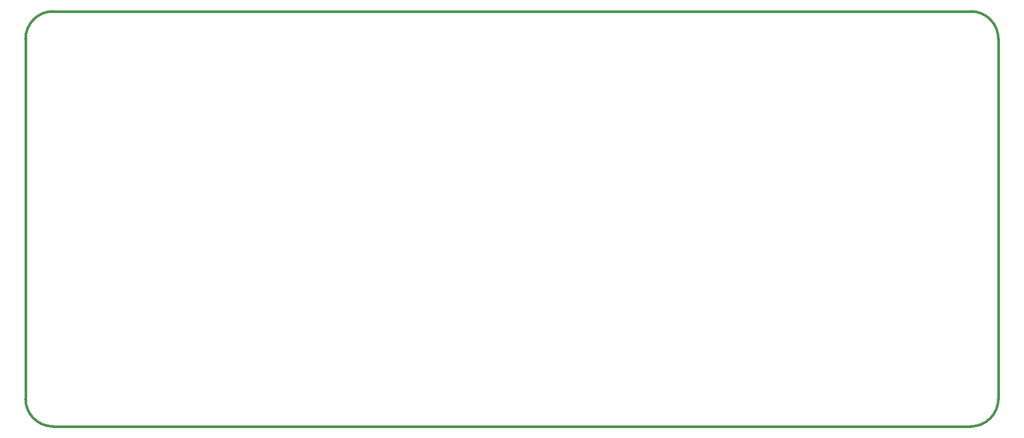
<source format=gbr>
G04 #@! TF.GenerationSoftware,KiCad,Pcbnew,(5.1.6)-1*
G04 #@! TF.CreationDate,2020-06-11T13:25:02-03:00*
G04 #@! TF.ProjectId,Jupiter-II_keyboard,4a757069-7465-4722-9d49-495f6b657962,rev?*
G04 #@! TF.SameCoordinates,Original*
G04 #@! TF.FileFunction,Legend,Bot*
G04 #@! TF.FilePolarity,Positive*
%FSLAX46Y46*%
G04 Gerber Fmt 4.6, Leading zero omitted, Abs format (unit mm)*
G04 Created by KiCad (PCBNEW (5.1.6)-1) date 2020-06-11 13:25:02*
%MOMM*%
%LPD*%
G01*
G04 APERTURE LIST*
G04 #@! TA.AperFunction,Profile*
%ADD10C,0.381000*%
G04 #@! TD*
G04 APERTURE END LIST*
D10*
X208280000Y-50165000D02*
X208280000Y-108585000D01*
X55245000Y-113030000D02*
G75*
G02*
X50800000Y-108585000I0J4445000D01*
G01*
X208280000Y-108585000D02*
G75*
G02*
X203835000Y-113030000I-4445000J0D01*
G01*
X203835000Y-45720000D02*
G75*
G02*
X208280000Y-50165000I0J-4445000D01*
G01*
X50800000Y-50165000D02*
G75*
G02*
X55245000Y-45720000I4445000J0D01*
G01*
X50800000Y-108585000D02*
X50800000Y-50165000D01*
X203835000Y-113030000D02*
X55245000Y-113030000D01*
X55245000Y-45720000D02*
X203835000Y-45720000D01*
M02*

</source>
